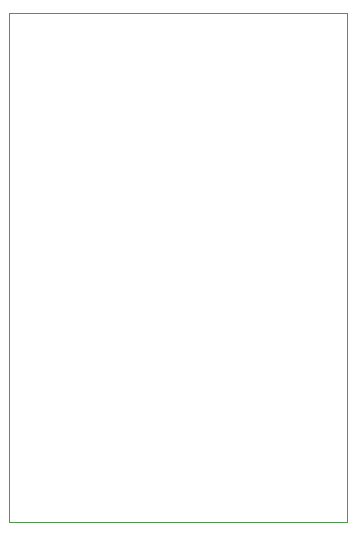
<source format=gbr>
%TF.GenerationSoftware,KiCad,Pcbnew,9.0.0*%
%TF.CreationDate,2025-04-16T15:55:05+03:00*%
%TF.ProjectId,power_detector,706f7765-725f-4646-9574-6563746f722e,rev?*%
%TF.SameCoordinates,Original*%
%TF.FileFunction,Profile,NP*%
%FSLAX46Y46*%
G04 Gerber Fmt 4.6, Leading zero omitted, Abs format (unit mm)*
G04 Created by KiCad (PCBNEW 9.0.0) date 2025-04-16 15:55:05*
%MOMM*%
%LPD*%
G01*
G04 APERTURE LIST*
%TA.AperFunction,Profile*%
%ADD10C,0.050000*%
%TD*%
G04 APERTURE END LIST*
D10*
X44170600Y-62992000D02*
X44157900Y-98969535D01*
X72764652Y-98947264D02*
X72771000Y-55853813D01*
X44157900Y-98969535D02*
X72764649Y-98947264D01*
X72771000Y-55853813D02*
X44160215Y-55880000D01*
X44160215Y-55880000D02*
X44170600Y-62992000D01*
M02*

</source>
